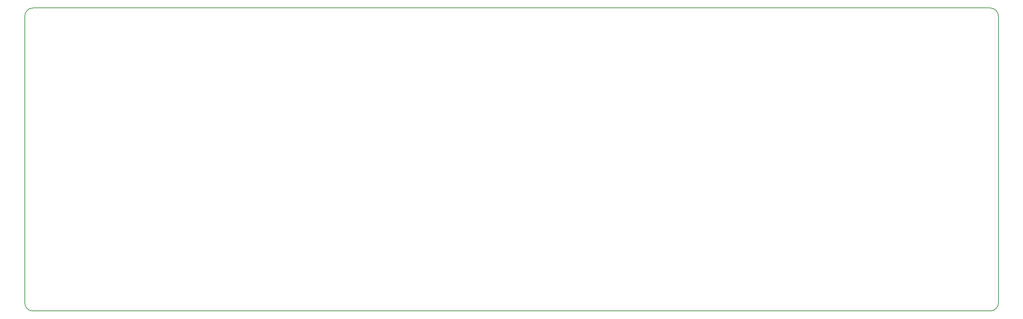
<source format=gbr>
G04 #@! TF.GenerationSoftware,KiCad,Pcbnew,(5.1.4)-1*
G04 #@! TF.CreationDate,2020-10-31T18:50:56-05:00*
G04 #@! TF.ProjectId,m3n3van,6d336e33-7661-46e2-9e6b-696361645f70,rev?*
G04 #@! TF.SameCoordinates,Original*
G04 #@! TF.FileFunction,Profile,NP*
%FSLAX46Y46*%
G04 Gerber Fmt 4.6, Leading zero omitted, Abs format (unit mm)*
G04 Created by KiCad (PCBNEW (5.1.4)-1) date 2020-10-31 18:50:56*
%MOMM*%
%LPD*%
G04 APERTURE LIST*
%ADD10C,0.200000*%
G04 APERTURE END LIST*
D10*
X429514000Y-175768000D02*
G75*
G02X431546000Y-177800000I0J-2032000D01*
G01*
X431546000Y-249174000D02*
G75*
G02X429514000Y-251206000I-2032000J0D01*
G01*
X191262000Y-251206000D02*
G75*
G02X189230000Y-249174000I0J2032000D01*
G01*
X189230000Y-177800000D02*
G75*
G02X191262000Y-175768000I2032000J0D01*
G01*
X191262000Y-175768000D02*
X429514000Y-175768000D01*
X431546000Y-177800000D02*
X431546000Y-249174000D01*
X429514000Y-251206000D02*
X191262000Y-251206000D01*
X189230000Y-249174000D02*
X189230000Y-177800000D01*
M02*

</source>
